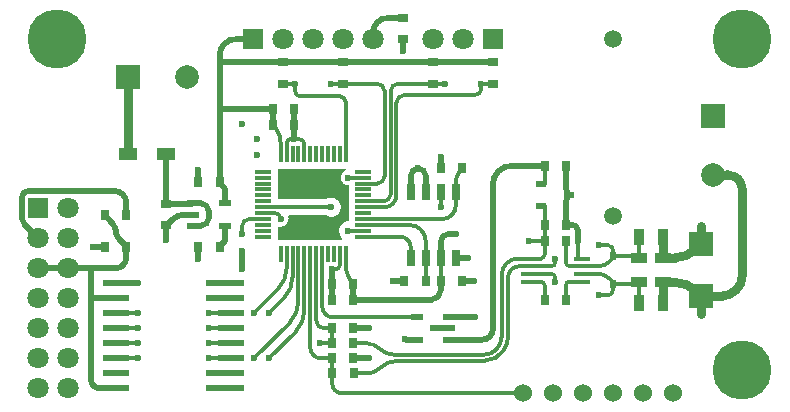
<source format=gtl>
%TF.GenerationSoftware,Altium Limited,Altium Designer,24.1.2 (44)*%
G04 Layer_Physical_Order=1*
G04 Layer_Color=255*
%FSLAX45Y45*%
%MOMM*%
%TF.SameCoordinates,791679A7-7A64-4111-B289-18E462613817*%
%TF.FilePolarity,Positive*%
%TF.FileFunction,Copper,L1,Top,Signal*%
%TF.Part,Single*%
G01*
G75*
%TA.AperFunction,Conductor*%
%ADD10C,0.75000*%
%ADD11C,0.30000*%
%ADD12C,0.50000*%
%TA.AperFunction,SMDPad,CuDef*%
%ADD13R,0.95000X0.80000*%
%ADD14R,0.90000X1.40000*%
%ADD15R,1.40000X0.90000*%
%ADD16R,0.60000X0.80000*%
%ADD17R,2.00000X2.00000*%
%ADD18R,0.80000X0.95000*%
%ADD19R,1.35000X0.36800*%
%ADD20R,0.95000X0.60000*%
%ADD21R,0.65000X1.35000*%
%ADD22R,1.00000X0.60000*%
%ADD23R,1.45000X0.30000*%
%ADD24R,0.30000X1.45000*%
%ADD25R,1.50000X1.00000*%
%ADD26R,2.20000X0.60000*%
%TA.AperFunction,ComponentPad*%
%ADD27C,1.50000*%
%ADD28R,1.80000X1.80000*%
%ADD29C,1.80000*%
%ADD30R,2.00000X2.00000*%
%ADD31C,2.00000*%
%ADD32R,2.00000X2.00000*%
%ADD33R,1.80000X1.80000*%
%TA.AperFunction,ViaPad*%
%ADD34C,1.52400*%
%ADD35C,5.00000*%
%ADD36C,0.60000*%
G36*
X2795553Y2037300D02*
X2782219Y2031777D01*
X2768642Y2021358D01*
X2758223Y2007781D01*
X2751673Y1991969D01*
X2749439Y1975000D01*
X2751673Y1958032D01*
X2758223Y1942220D01*
X2768642Y1928642D01*
X2782219Y1918223D01*
X2798031Y1911673D01*
X2815000Y1909439D01*
X2817500D01*
Y1810000D01*
Y1710000D01*
Y1605000D01*
X2804468D01*
X2784121Y1599548D01*
X2765879Y1589016D01*
X2750984Y1574121D01*
X2740452Y1555879D01*
X2735000Y1535532D01*
Y1514468D01*
X2740452Y1494121D01*
X2750984Y1475879D01*
X2764163Y1462700D01*
X2762829Y1455718D01*
X2759518Y1450000D01*
X2217500D01*
Y1551254D01*
X2219955Y1554439D01*
X2229570Y1561006D01*
X2230200Y1561059D01*
X2242500Y1559439D01*
X2259468Y1561673D01*
X2275280Y1568223D01*
X2288858Y1578642D01*
X2299277Y1592220D01*
X2305827Y1608032D01*
X2308061Y1625000D01*
X2308492D01*
X2305630Y1646739D01*
X2315538Y1659439D01*
X2625055D01*
X2640621Y1650452D01*
X2660968Y1645000D01*
X2682032D01*
X2702379Y1650452D01*
X2720621Y1660984D01*
X2735516Y1675879D01*
X2746048Y1694121D01*
X2751500Y1714468D01*
Y1735532D01*
X2746048Y1755879D01*
X2735516Y1774121D01*
X2720621Y1789016D01*
X2702379Y1799548D01*
X2682032Y1805000D01*
X2660968D01*
X2640621Y1799548D01*
X2625055Y1790561D01*
X2217500D01*
Y1860000D01*
Y1960000D01*
Y2050000D01*
X2793026D01*
X2795553Y2037300D01*
D02*
G37*
D10*
X6150000Y1875000D02*
G03*
X6025000Y2000000I-125000J0D01*
G01*
X5975000Y972500D02*
G03*
X6150000Y1147500I0J175000D01*
G01*
X5756514Y1015987D02*
G03*
X5583750Y1087500I-172763J-172926D01*
G01*
X5756514Y1369014D02*
G03*
X5756595Y1369095I-172763J172926D01*
G01*
X5583750Y1297500D02*
G03*
X5756514Y1369014I0J244439D01*
G01*
X5756595Y1015906D02*
G03*
X5756514Y1015987I-172845J-172845D01*
G01*
X6150000Y1147500D02*
Y1875000D01*
X5800000Y972500D02*
X5975000D01*
X5900000Y2000000D02*
X6025000D01*
X5482500Y1087500D02*
X5583750D01*
X5482500Y1297500D02*
X5583750D01*
X5756595Y1369095D02*
X5800000Y1412500D01*
X5756595Y1015906D02*
X5800000Y972500D01*
Y822500D02*
Y972500D01*
Y1412500D02*
Y1562500D01*
X5482500Y912500D02*
Y1087500D01*
Y1297500D02*
Y1472500D01*
X950000Y2172500D02*
Y2825000D01*
D11*
X2680000Y317000D02*
G03*
X2677500Y314500I0J-2500D01*
G01*
Y319500D02*
G03*
X2680000Y317000I2500J0D01*
G01*
X2677500Y232250D02*
G03*
X2759750Y150000I82250J0D01*
G01*
X2492500Y536500D02*
G03*
X2585000Y444000I92500J0D01*
G01*
X2242500Y1625000D02*
G03*
X2192500Y1675000I-50000J0D01*
G01*
X2442500Y2257500D02*
G03*
X2400000Y2300000I-42500J0D01*
G01*
X2325000D02*
G03*
X2292500Y2267500I0J-32500D01*
G01*
X2710000Y1200000D02*
G03*
X2742500Y1232500I0J32500D01*
G01*
X2242500Y2265576D02*
G03*
X2207850Y2384650I-221924J0D01*
G01*
X2792500Y1234424D02*
G03*
X2827150Y1115350I221924J0D01*
G01*
X5007500Y977500D02*
G03*
X5057500Y1027500I0J50000D01*
G01*
Y1357500D02*
G03*
X5007500Y1407500I-50000J0D01*
G01*
X5021186Y1123814D02*
G03*
X4933735Y1160000I-87451J-87580D01*
G01*
X5021250Y1123750D02*
G03*
X5021186Y1123814I-87515J-87515D01*
G01*
X4933736Y1225000D02*
G03*
X5021251Y1261250I0J123765D01*
G01*
X4262500Y1225000D02*
G03*
X4167500Y1130000I0J-95000D01*
G01*
X4252025Y1290000D02*
G03*
X4112500Y1150475I0J-139525D01*
G01*
X3968937Y425000D02*
G03*
X4132500Y515000I-0J193626D01*
G01*
X3239081Y425000D02*
G03*
X3072500Y356000I0J-235581D01*
G01*
X3961254Y475000D02*
G03*
X4112500Y626246I0J151246D01*
G01*
X3072500Y531350D02*
G03*
X3208541Y475000I136041J136041D01*
G01*
X4132500Y515000D02*
G03*
X4167500Y635641I-190417J120641D01*
G01*
X3072500Y531350D02*
G03*
X2976777Y571000I-95723J-95723D01*
G01*
X2978345Y317000D02*
G03*
X3072500Y356000I0J133155D01*
G01*
X4535000Y1225000D02*
G03*
X4567500Y1257500I0J32500D01*
G01*
X4442500Y1290000D02*
G03*
X4477500Y1325000I0J35000D01*
G01*
X4567500Y1127500D02*
G03*
X4535000Y1160000I-32500J0D01*
G01*
X4477500Y1060000D02*
G03*
X4442500Y1095000I-35000J0D01*
G01*
X4657500Y1255000D02*
G03*
X4687500Y1225000I30000J0D01*
G01*
X4687500Y1095000D02*
G03*
X4657500Y1065000I0J-30000D01*
G01*
X2542500Y765500D02*
G03*
X2610000Y698000I67500J0D01*
G01*
X2592500Y885000D02*
G03*
X2684500Y793000I92001J0D01*
G01*
X2363500Y2706500D02*
G03*
X2407500Y2662500I44000J0D01*
G01*
X2792500Y2612500D02*
G03*
X2742500Y2662500I-49999J0D01*
G01*
X3288664Y2674000D02*
G03*
X3222500Y2607836I0J-66164D01*
G01*
X3884713Y2674000D02*
G03*
X3941500Y2730787I0J56787D01*
G01*
X3235858Y2770000D02*
G03*
X3172500Y2706642I0J-63358D01*
G01*
X2207850Y2384650D02*
G03*
X2177500Y2422500I-187275J-119074D01*
G01*
X2827150Y1115350D02*
G03*
X2857500Y1077500I187275J119074D01*
G01*
X3750000Y2018000D02*
G03*
X3724000Y1924546I154954J-93454D01*
G01*
X3777000Y2052500D02*
G03*
X3750000Y2018000I127954J-127954D01*
G01*
X3610250Y1625000D02*
G03*
X3724000Y1738750I0J113750D01*
G01*
X3470000Y1436250D02*
G03*
X3331250Y1575000I-138750J0D01*
G01*
X3343000Y1386250D02*
G03*
X3254250Y1475000I-88750J0D01*
G01*
X3122500Y2705000D02*
G03*
X3057500Y2770000I-65000J0D01*
G01*
X3058500Y1925000D02*
G03*
X3122500Y1989000I0J64000D01*
G01*
X3120000Y1725000D02*
G03*
X3222500Y1827500I0J102500D01*
G01*
X3115000Y1775000D02*
G03*
X3172500Y1832500I0J57500D01*
G01*
X1976500Y1625000D02*
G03*
X1914000Y1562500I0J-62500D01*
G01*
X2268105Y952105D02*
G03*
X2342500Y1131710I-179605J179605D01*
G01*
X2368105Y671105D02*
G03*
X2442500Y850710I-179605J179605D01*
G01*
X2318105Y748105D02*
G03*
X2392500Y927710I-179605J179605D01*
G01*
X2218105Y1029105D02*
G03*
X2292500Y1208710I-179605J179605D01*
G01*
X2940000Y1475000D02*
X3254250D01*
X2677500Y232250D02*
Y314500D01*
X2759750Y150000D02*
X4291500D01*
X2585000Y444000D02*
X2677500D01*
X2492500Y536500D02*
Y1327500D01*
X2677500Y319500D02*
Y444000D01*
X4757500Y1290000D02*
Y1442500D01*
Y1290000D02*
X4790000D01*
X2095000Y1675000D02*
X2192500D01*
X2292500Y2172500D02*
Y2267500D01*
X2357500Y2300000D02*
X2400000D01*
X2325000D02*
X2357500D01*
X2677500Y1200000D02*
X2710000D01*
X2442500Y2172500D02*
Y2257500D01*
X2242500Y2172500D02*
Y2265576D01*
X2792500Y1234424D02*
Y1327500D01*
X2815000Y1975000D02*
X2940000D01*
X2357500Y2300000D02*
X2357500D01*
X2742500Y1232500D02*
Y1327500D01*
X4477500Y1577500D02*
Y1732500D01*
X4345000Y1442500D02*
Y1442500D01*
X4477500D01*
X2577500Y571000D02*
X2677500D01*
X5021251Y1261250D02*
X5057500Y1297500D01*
Y1307500D02*
Y1357500D01*
Y1307500D02*
X5272500D01*
Y1472500D01*
X5057500Y1077500D02*
X5272500D01*
Y912500D02*
Y1077500D01*
X4933700Y977500D02*
X5007500D01*
X4933700Y1407500D02*
X5007500D01*
X5057500Y1027500D02*
Y1077500D01*
Y1087500D01*
X5021250Y1123750D02*
X5057500Y1087500D01*
X4790000Y1160000D02*
X4933735D01*
X4790000Y1225000D02*
X4933736D01*
X4687500D02*
X4790000D01*
X5057500Y1297500D02*
Y1307500D01*
X4345000Y1225000D02*
X4535000D01*
X4167500Y635641D02*
Y1130000D01*
X4262500Y1225000D02*
X4345000D01*
Y1290000D02*
X4442500D01*
X4112500Y626246D02*
Y1150475D01*
X4252025Y1290000D02*
X4345000D01*
X4477500Y1922500D02*
Y2077501D01*
X3239081Y425000D02*
X3968937D01*
X3208541Y475000D02*
X3961254D01*
X2857500Y571000D02*
X2976777D01*
X2860000Y317000D02*
X2978345D01*
X4450000Y1922500D02*
X4477500D01*
X4450000Y1732500D02*
X4477500D01*
X4567500Y1095000D02*
Y1127500D01*
Y1257500D02*
Y1290000D01*
X4345000Y1160000D02*
X4535000D01*
X4657500Y942500D02*
Y1065000D01*
X4477500Y942500D02*
Y1060000D01*
X4657500Y1255000D02*
Y1442500D01*
X4477500Y1325000D02*
Y1442500D01*
X4345000Y1095000D02*
X4442500D01*
X4687500D02*
X4790000D01*
X4477500Y1442500D02*
Y1577500D01*
X2610000Y698000D02*
X2677500D01*
Y571000D02*
Y698000D01*
X2542500Y765500D02*
Y1327500D01*
X2592500Y885000D02*
Y1327500D01*
X2684500Y793000D02*
X3396000D01*
X2363500Y2706500D02*
Y2770000D01*
X2407500Y2662500D02*
X2742500D01*
X2792500Y2172500D02*
Y2612500D01*
X3222500Y1827500D02*
Y2607836D01*
X3288664Y2674000D02*
X3884713D01*
X3941500Y2730787D02*
Y2770000D01*
X3172500Y1832500D02*
Y2706642D01*
X3235858Y2770000D02*
X3533500D01*
X2095000Y1725000D02*
X2671500D01*
X3724000Y1852500D02*
Y1924546D01*
X3597000Y1097500D02*
Y1297500D01*
X3470000Y1097500D02*
Y1297500D01*
X3724000Y1738750D02*
Y1852500D01*
X2940000Y1625000D02*
X3610250D01*
X3470000Y1297500D02*
Y1436250D01*
X2940000Y1575000D02*
X3331250D01*
X3343000Y1297500D02*
Y1386250D01*
X2815000Y1525000D02*
X2940000D01*
X3597000Y1725000D02*
Y1852500D01*
X2263500Y2770000D02*
X2363500D01*
X3122500Y1989000D02*
Y2705000D01*
X2940000Y1725000D02*
X3120000D01*
X2940000Y1775000D02*
X3115000D01*
X2771500Y2770000D02*
X3057500D01*
X2940000Y1925000D02*
X3058500D01*
X1914000Y1500000D02*
Y1562500D01*
X1976500Y1625000D02*
X2095000D01*
X2141000Y444000D02*
X2368105Y671105D01*
X2141000Y825000D02*
X2268105Y952105D01*
X2342500Y1131710D02*
Y1327500D01*
X2442500Y850710D02*
Y1327500D01*
X2014000Y444000D02*
X2318105Y748105D01*
X2392500Y927710D02*
Y1327500D01*
X2014000Y825000D02*
X2218105Y1029105D01*
X2292500Y1208710D02*
Y1327500D01*
X1634000Y825000D02*
X1824000D01*
X1634000Y698000D02*
X1824000D01*
X1634000Y571000D02*
X1824000D01*
X1634000Y444000D02*
X1824000D01*
X844000D02*
X1034000D01*
X844000Y571000D02*
X1034000D01*
X844000Y698000D02*
X1034000D01*
X844000Y825000D02*
X1034000D01*
X3941500Y2770000D02*
X4041500D01*
X3533500D02*
X3633500D01*
X2671500Y2770000D02*
X2771500D01*
D12*
X4757500Y1527500D02*
G03*
X4707500Y1577500I-50000J0D01*
G01*
X1431139Y1662500D02*
G03*
X1322549Y1617549I0J-153639D01*
G01*
X4685000Y1827500D02*
G03*
X4657500Y1761109I66391J-66391D01*
G01*
Y1893891D02*
G03*
X4685000Y1827500I93891J0D01*
G01*
X3152500Y3330000D02*
G03*
X3025500Y3203000I0J-127000D01*
G01*
X3950500Y603000D02*
G03*
X4037500Y690000I0J87000D01*
G01*
X4202501Y2077501D02*
G03*
X4037500Y1912500I0J-165001D01*
G01*
X3295125Y608000D02*
G03*
X3300125Y603000I5000J0D01*
G01*
X3519500Y942500D02*
G03*
X3597000Y1020000I0J77500D01*
G01*
X3406500Y2052500D02*
G03*
X3343000Y1989000I0J-63500D01*
G01*
X3470000D02*
G03*
X3406500Y2052500I-63500J0D01*
G01*
X3660500Y1497500D02*
G03*
X3597000Y1434000I0J-63500D01*
G01*
X1866750Y3150000D02*
G03*
X1724000Y3007250I0J-142750D01*
G01*
X1322549Y1617549D02*
G03*
X1322500Y1617500I108591J-108688D01*
G01*
X1634000Y1688750D02*
G03*
X1565250Y1757500I-68750J0D01*
G01*
Y1567500D02*
G03*
X1634000Y1636250I0J68750D01*
G01*
X843250Y1206000D02*
G03*
X934000Y1296750I0J90750D01*
G01*
X632500Y272500D02*
G03*
X715000Y190000I82500J0D01*
G01*
X50000Y1633750D02*
G03*
X73865Y1576135I81480J0D01*
G01*
X105000Y1862500D02*
G03*
X50000Y1807500I0J-55000D01*
G01*
X934000Y1762500D02*
G03*
X834000Y1862500I-100000J0D01*
G01*
X844000Y1525000D02*
G03*
X845913Y1505873I96569J0D01*
G01*
X842087Y1544127D02*
G03*
X815716Y1593284I-94655J-19127D01*
G01*
X844000Y1525000D02*
G03*
X842087Y1544127I-96568J0D01*
G01*
X872244Y1456756D02*
G03*
X872285Y1456715I68325J68244D01*
G01*
X845913Y1505873D02*
G03*
X872244Y1456756I94656J19127D01*
G01*
X1634000Y952000D02*
X1824000D01*
X4657500Y1577500D02*
X4707500D01*
X4757500Y1442500D02*
Y1527500D01*
X1914000Y1205000D02*
Y1355000D01*
X3533500Y698000D02*
X3671000D01*
X3597000Y2052500D02*
Y2152500D01*
X3724000Y1297500D02*
X3824000D01*
X3777000Y1097500D02*
X3877000D01*
X1431139Y1662500D02*
X1496500D01*
X4657500Y1732500D02*
Y1761109D01*
Y1893891D02*
Y1922500D01*
X3190000Y1097500D02*
X3290000D01*
X3279500Y3050000D02*
Y3150000D01*
X3152500Y3330000D02*
X3279500D01*
X3025500Y3150000D02*
Y3203000D01*
X1544000Y1287500D02*
Y1387500D01*
Y1937501D02*
Y2037501D01*
X1272500Y1755000D02*
X1494000D01*
X1270000Y1447500D02*
Y1572500D01*
X4657500Y1922500D02*
Y2077501D01*
Y1577500D02*
Y1732500D01*
X2177500Y2422500D02*
Y2557500D01*
X2357500Y2300000D02*
Y2422500D01*
Y2557500D01*
X2677500Y1077500D02*
Y1200000D01*
X2677500D01*
X2677500Y942500D02*
Y1077500D01*
X2857500Y444000D02*
X2992500D01*
X2857500Y698000D02*
X2992500D01*
X1634000Y190000D02*
X1824000D01*
X1634000Y317000D02*
X1824000D01*
X3300125Y603000D02*
X3396000D01*
X4037500Y1192500D02*
Y1912500D01*
Y690000D02*
Y1192500D01*
X3671000Y603000D02*
X3950500D01*
X4202501Y2077501D02*
X4477500D01*
X3671000Y793000D02*
X3886000D01*
X2992500Y942500D02*
X3519500D01*
X2857500D02*
Y1077500D01*
X3597000Y1020000D02*
Y1097500D01*
X3470000Y1852500D02*
Y1989000D01*
X3343000Y1852500D02*
Y1989000D01*
X3660500Y1497500D02*
X3724000D01*
X3597000Y1297500D02*
Y1434000D01*
X2263500Y2950000D02*
X3533500D01*
X1866750Y3150000D02*
X2009500D01*
X1724000Y1937501D02*
Y3007250D01*
X1771500Y1442500D02*
Y1567500D01*
X1724000Y1387500D02*
Y1395000D01*
X1771500Y1442500D01*
X1724000Y2557500D02*
X2177500D01*
X2857500Y942500D02*
X2992500D01*
X1724000Y2950000D02*
X2263500D01*
X3533500Y2950000D02*
X4041500D01*
X2263500Y2950000D02*
Y2950000D01*
X1634000Y1079000D02*
X1824000D01*
X844000D02*
X1034000D01*
X1277500Y1572500D02*
X1322500Y1617500D01*
X1270000Y1572500D02*
X1277500D01*
X1496500Y1757500D02*
X1565250D01*
X1634000Y1636250D02*
Y1688750D01*
X1496500Y1567500D02*
X1565250D01*
X1270000Y1752500D02*
X1272500Y1755000D01*
X1494000D02*
X1496500Y1757500D01*
X1270000Y1752500D02*
Y2172500D01*
X1270000Y2172500D02*
X1270000Y2172500D01*
X1724000Y1930001D02*
Y1937501D01*
Y1930001D02*
X1771500Y1882501D01*
Y1757500D02*
Y1882501D01*
X934000Y1296750D02*
Y1387500D01*
X632500Y1206000D02*
X843250D01*
X632500Y272500D02*
Y952000D01*
X715000Y190000D02*
X844000D01*
X632500Y952000D02*
Y1206000D01*
Y952000D02*
X844000D01*
X190000Y1206000D02*
X444000D01*
X632500D01*
X73865Y1576135D02*
X190000Y1460000D01*
X50000Y1633750D02*
Y1807500D01*
X934000Y1662500D02*
Y1762500D01*
X105000Y1862500D02*
X834000D01*
X654000Y1387500D02*
X754000D01*
Y1655000D02*
X815716Y1593284D01*
X872285Y1456715D02*
X934000Y1395000D01*
X754000Y1655000D02*
Y1662500D01*
X934000Y1387500D02*
Y1395000D01*
D13*
X4041500Y2770000D02*
D03*
Y2950000D02*
D03*
X3533500Y2770000D02*
D03*
Y2950000D02*
D03*
X2771500Y2770000D02*
D03*
Y2950000D02*
D03*
X2263500Y2770000D02*
D03*
Y2950000D02*
D03*
X3279500Y3330000D02*
D03*
Y3150000D02*
D03*
X1270000Y1572500D02*
D03*
Y1752500D02*
D03*
D14*
X5272500Y1472500D02*
D03*
X5482500D02*
D03*
X5272500Y912500D02*
D03*
X5482500D02*
D03*
D15*
X5272500Y1087500D02*
D03*
Y1297500D02*
D03*
X5482500Y1087500D02*
D03*
Y1297500D02*
D03*
D16*
X5057500Y1307500D02*
D03*
Y1077500D02*
D03*
D17*
X5800000Y1412500D02*
D03*
Y972500D02*
D03*
D18*
X4657500Y942500D02*
D03*
X4477500D02*
D03*
X4657500Y1442500D02*
D03*
X4477500D02*
D03*
X4657500Y1577500D02*
D03*
X4477500D02*
D03*
Y2077501D02*
D03*
X4657500D02*
D03*
X3777000Y2052500D02*
D03*
X3597000D02*
D03*
Y1097500D02*
D03*
X3777000D02*
D03*
X3470000D02*
D03*
X3290000D02*
D03*
X2677500Y1077500D02*
D03*
X2857500D02*
D03*
X2677500Y942500D02*
D03*
X2857500D02*
D03*
X2677500Y698000D02*
D03*
X2857500D02*
D03*
Y571000D02*
D03*
X2677500D02*
D03*
Y444000D02*
D03*
X2857500D02*
D03*
X2860000Y317000D02*
D03*
X2680000D02*
D03*
X2177500Y2557500D02*
D03*
X2357500D02*
D03*
X2177500Y2422500D02*
D03*
X2357500D02*
D03*
X1544000Y1387500D02*
D03*
X1724000D02*
D03*
X1544000Y1937501D02*
D03*
X1724000D02*
D03*
X754000Y1662500D02*
D03*
X934000D02*
D03*
X754000Y1387500D02*
D03*
X934000D02*
D03*
D19*
X4345000Y1290000D02*
D03*
Y1225000D02*
D03*
Y1160000D02*
D03*
Y1095000D02*
D03*
X4790000Y1290000D02*
D03*
Y1225000D02*
D03*
Y1160000D02*
D03*
Y1095000D02*
D03*
D20*
X4450000Y1922500D02*
D03*
Y1732500D02*
D03*
X4685000Y1827500D02*
D03*
D21*
X3724000Y1852500D02*
D03*
X3597000D02*
D03*
X3470000D02*
D03*
X3343000D02*
D03*
X3724000Y1297500D02*
D03*
X3597000D02*
D03*
X3470000D02*
D03*
X3343000D02*
D03*
D22*
X3396000Y603000D02*
D03*
Y793000D02*
D03*
X3671000D02*
D03*
Y698000D02*
D03*
Y603000D02*
D03*
X1771500Y1757500D02*
D03*
Y1567500D02*
D03*
X1496500D02*
D03*
Y1662500D02*
D03*
Y1757500D02*
D03*
D23*
X2095000Y2025000D02*
D03*
Y1975000D02*
D03*
Y1925000D02*
D03*
Y1875000D02*
D03*
Y1825000D02*
D03*
Y1775000D02*
D03*
Y1725000D02*
D03*
Y1675000D02*
D03*
Y1625000D02*
D03*
Y1575000D02*
D03*
Y1525000D02*
D03*
Y1475000D02*
D03*
X2940000D02*
D03*
Y1525000D02*
D03*
Y1575000D02*
D03*
Y1625000D02*
D03*
Y1675000D02*
D03*
Y1725000D02*
D03*
Y1775000D02*
D03*
Y1825000D02*
D03*
Y1875000D02*
D03*
Y1925000D02*
D03*
Y1975000D02*
D03*
Y2025000D02*
D03*
D24*
X2242500Y1327500D02*
D03*
X2292500D02*
D03*
X2342500D02*
D03*
X2392500D02*
D03*
X2442500D02*
D03*
X2492500D02*
D03*
X2542500D02*
D03*
X2592500D02*
D03*
X2642500D02*
D03*
X2692500D02*
D03*
X2742500D02*
D03*
X2792500D02*
D03*
Y2172500D02*
D03*
X2742500D02*
D03*
X2692500D02*
D03*
X2642500D02*
D03*
X2592500D02*
D03*
X2542500D02*
D03*
X2492500D02*
D03*
X2442500D02*
D03*
X2392500D02*
D03*
X2342500D02*
D03*
X2292500D02*
D03*
X2242500D02*
D03*
D25*
X1270000D02*
D03*
X950000D02*
D03*
D26*
X1824000Y190000D02*
D03*
Y317000D02*
D03*
Y444000D02*
D03*
Y571000D02*
D03*
Y698000D02*
D03*
Y825000D02*
D03*
Y952000D02*
D03*
Y1079000D02*
D03*
X844000Y190000D02*
D03*
Y317000D02*
D03*
Y444000D02*
D03*
Y571000D02*
D03*
Y698000D02*
D03*
Y825000D02*
D03*
Y952000D02*
D03*
Y1079000D02*
D03*
D27*
X5057500Y1650000D02*
D03*
Y3150000D02*
D03*
D28*
X4041500D02*
D03*
X2009500D02*
D03*
D29*
X3787500D02*
D03*
X3533500D02*
D03*
X3025500D02*
D03*
X2771500D02*
D03*
X2517500D02*
D03*
X2263500D02*
D03*
X190000Y444000D02*
D03*
Y698000D02*
D03*
Y952000D02*
D03*
Y1206000D02*
D03*
Y1460000D02*
D03*
X444000Y1714000D02*
D03*
Y1460000D02*
D03*
Y1206000D02*
D03*
Y952000D02*
D03*
Y698000D02*
D03*
Y444000D02*
D03*
Y190000D02*
D03*
X190000D02*
D03*
D30*
X5900000Y2500000D02*
D03*
D31*
X5900000Y2000000D02*
D03*
X1450000Y2825000D02*
D03*
D32*
X950000Y2825000D02*
D03*
D33*
X190000Y1714000D02*
D03*
D34*
X4291500Y150000D02*
D03*
X4799500D02*
D03*
X5561500D02*
D03*
X5053500D02*
D03*
X5307500D02*
D03*
X4545500D02*
D03*
D35*
X6150000Y350000D02*
D03*
Y3150000D02*
D03*
X350000D02*
D03*
D36*
X1634000Y952000D02*
D03*
X654000Y1387500D02*
D03*
X1914000Y1205000D02*
D03*
X3533500Y698000D02*
D03*
X4757500Y1442500D02*
D03*
X3824000Y1297500D02*
D03*
X3877000Y1097500D02*
D03*
X3597000Y2152500D02*
D03*
X3190000Y1097500D02*
D03*
X2661127Y1475000D02*
D03*
X2668627Y1825000D02*
D03*
X2392500Y1625000D02*
D03*
Y1825000D02*
D03*
Y1475000D02*
D03*
X2665000Y2025000D02*
D03*
X2392500D02*
D03*
X3279500Y3050000D02*
D03*
X1544000Y2037501D02*
D03*
Y1287500D02*
D03*
X1270000Y1447500D02*
D03*
X4657500Y1732500D02*
D03*
Y1922500D02*
D03*
X2039000Y2165000D02*
D03*
X2242500Y1625000D02*
D03*
X1914000Y1355000D02*
D03*
X2039000Y2300000D02*
D03*
X1914000Y2425000D02*
D03*
X2815000Y1975000D02*
D03*
X2357500Y2300000D02*
D03*
X2677500Y1200000D02*
D03*
X2992500Y698000D02*
D03*
Y444000D02*
D03*
X1634000Y317000D02*
D03*
Y190000D02*
D03*
X4345000Y1442500D02*
D03*
X2577500Y571000D02*
D03*
X5800000Y1562500D02*
D03*
Y822500D02*
D03*
X4933700Y977500D02*
D03*
Y1407500D02*
D03*
X4037500Y1192500D02*
D03*
X4567500Y1095000D02*
D03*
Y1290000D02*
D03*
X3886000Y793000D02*
D03*
Y603000D02*
D03*
X3295125Y608000D02*
D03*
X2671500Y1725000D02*
D03*
X3406500Y2052500D02*
D03*
X3724000Y1497500D02*
D03*
X3597000Y1725000D02*
D03*
X2815000Y1525000D02*
D03*
X1914000Y1500000D02*
D03*
X1724000Y2557500D02*
D03*
X2992500Y942500D02*
D03*
X2141000Y444000D02*
D03*
X2014000Y825000D02*
D03*
X2141000D02*
D03*
X2014000Y444000D02*
D03*
X1634000Y1079000D02*
D03*
Y444000D02*
D03*
Y571000D02*
D03*
Y698000D02*
D03*
Y825000D02*
D03*
X1034000Y1079000D02*
D03*
Y825000D02*
D03*
Y698000D02*
D03*
Y571000D02*
D03*
Y444000D02*
D03*
X3941500Y2770000D02*
D03*
X3633500D02*
D03*
X2363500Y2770000D02*
D03*
X2671500D02*
D03*
X844000Y1525000D02*
D03*
X934000Y1762500D02*
D03*
%TF.MD5,26eac6db4fa3f88f40e70d31c2edb6bb*%
M02*

</source>
